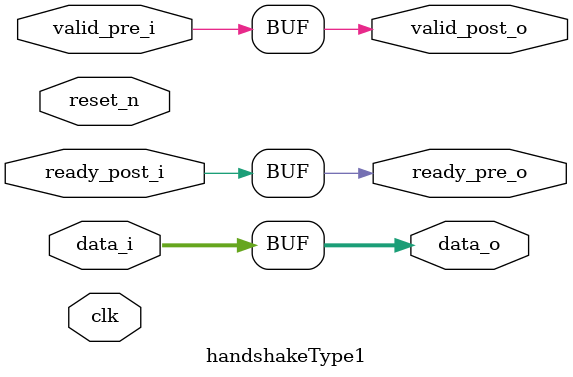
<source format=v>
module handshakeType1(
    input wire clk,
    input wire reset_n,
    input wire valid_pre_i,
    input wire ready_post_i,
    input wire [7:0] data_i,

    output wire valid_post_o,
    output wire ready_pre_o,
    output wire [7:0] data_o
);

assign ready_pre_o = ready_post_i;
assign valid_post_o = valid_pre_i;
assign data_o = data_i;

endmodule

</source>
